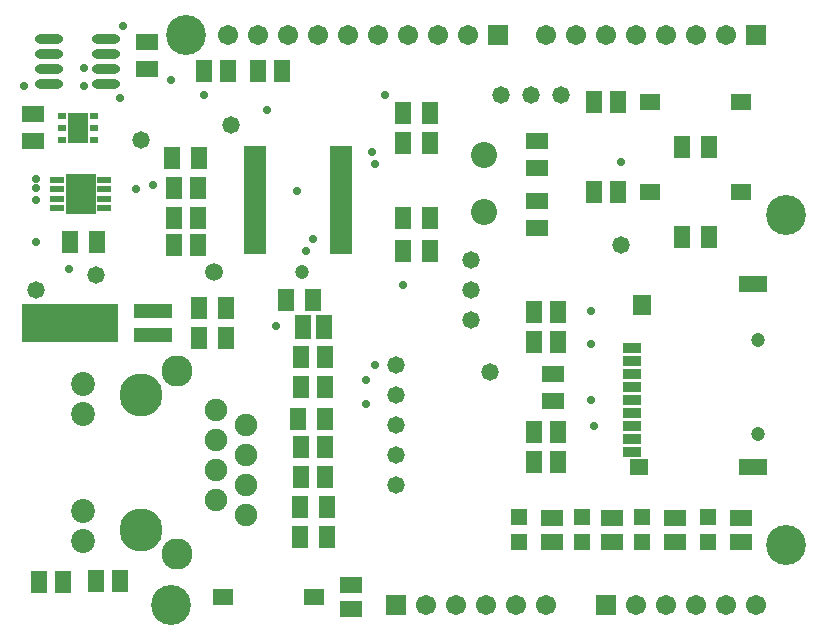
<source format=gts>
G04 Layer_Color=8388736*
%FSLAX25Y25*%
%MOIN*%
G70*
G01*
G75*
%ADD50R,0.07300X0.05800*%
%ADD51R,0.05800X0.07300*%
%ADD52R,0.06706X0.10249*%
%ADD53R,0.03162X0.02375*%
%ADD54R,0.06706X0.05524*%
%ADD55O,0.09461X0.03162*%
%ADD56R,0.06312X0.07099*%
%ADD57R,0.09461X0.05524*%
%ADD58R,0.06312X0.05524*%
%ADD59R,0.05918X0.03556*%
%ADD60R,0.07690X0.02572*%
%ADD61R,0.05721X0.08083*%
%ADD62R,0.05524X0.05524*%
%ADD63R,0.10052X0.13595*%
%ADD64R,0.04540X0.02178*%
%ADD65R,0.12611X0.04737*%
%ADD66R,0.32296X0.12611*%
%ADD67C,0.06706*%
%ADD68R,0.06706X0.06706*%
%ADD69C,0.13300*%
%ADD70C,0.10367*%
%ADD71C,0.07493*%
%ADD72C,0.07965*%
%ADD73C,0.14383*%
%ADD74C,0.04737*%
%ADD75C,0.08674*%
%ADD76C,0.05918*%
%ADD77C,0.05800*%
%ADD78C,0.02769*%
D50*
X182500Y87000D02*
D03*
Y78000D02*
D03*
X177000Y164500D02*
D03*
Y155500D02*
D03*
Y135500D02*
D03*
Y144500D02*
D03*
X47000Y197500D02*
D03*
Y188500D02*
D03*
X9000Y164500D02*
D03*
Y173500D02*
D03*
X115000Y16500D02*
D03*
Y8500D02*
D03*
X245000Y39000D02*
D03*
Y31000D02*
D03*
X223000Y39000D02*
D03*
Y31000D02*
D03*
X202000Y39000D02*
D03*
Y31000D02*
D03*
X182000D02*
D03*
Y39000D02*
D03*
D51*
X56000Y149000D02*
D03*
X64000D02*
D03*
X56000Y139000D02*
D03*
X64000D02*
D03*
X107000Y42500D02*
D03*
X98000D02*
D03*
X106500Y72000D02*
D03*
X97500D02*
D03*
X176000Y107500D02*
D03*
X184000D02*
D03*
X132500Y128000D02*
D03*
X141500D02*
D03*
X132500Y139000D02*
D03*
X141500D02*
D03*
X132500Y164000D02*
D03*
X141500D02*
D03*
X132500Y174000D02*
D03*
X141500D02*
D03*
X176000Y97500D02*
D03*
X184000D02*
D03*
X176000Y67500D02*
D03*
X184000D02*
D03*
X176000Y57500D02*
D03*
X184000D02*
D03*
X64000Y130000D02*
D03*
X56000D02*
D03*
X64500Y159000D02*
D03*
X55500D02*
D03*
X98500Y52500D02*
D03*
X106500D02*
D03*
X98500Y62500D02*
D03*
X106500D02*
D03*
Y92500D02*
D03*
X98500D02*
D03*
X106500Y82500D02*
D03*
X98500D02*
D03*
X30000Y18000D02*
D03*
X38000D02*
D03*
X107000Y32500D02*
D03*
X98000D02*
D03*
X92000Y188000D02*
D03*
X84000D02*
D03*
X66000D02*
D03*
X74000D02*
D03*
X102474Y111637D02*
D03*
X93474D02*
D03*
X19000Y17500D02*
D03*
X11000D02*
D03*
X204000Y177500D02*
D03*
X196000D02*
D03*
X234500Y162500D02*
D03*
X225500D02*
D03*
X234500Y132500D02*
D03*
X225500D02*
D03*
X204000Y147500D02*
D03*
X196000D02*
D03*
X73500Y99000D02*
D03*
X64500D02*
D03*
X73500Y109000D02*
D03*
X64500D02*
D03*
X30500Y131000D02*
D03*
X21500D02*
D03*
D52*
X24000Y169000D02*
D03*
D53*
X18685Y165063D02*
D03*
Y169000D02*
D03*
Y172937D02*
D03*
X29315D02*
D03*
Y169000D02*
D03*
Y165063D02*
D03*
D54*
X72342Y12500D02*
D03*
X102657D02*
D03*
X245158Y177500D02*
D03*
X214843D02*
D03*
X245158Y147500D02*
D03*
X214843D02*
D03*
D55*
X14551Y198500D02*
D03*
Y193500D02*
D03*
Y188500D02*
D03*
Y183500D02*
D03*
X33449Y198500D02*
D03*
Y193500D02*
D03*
Y188500D02*
D03*
Y183500D02*
D03*
D56*
X212008Y109843D02*
D03*
D57*
X249016Y116929D02*
D03*
Y55905D02*
D03*
D58*
X211221D02*
D03*
D59*
X208661Y61024D02*
D03*
Y65354D02*
D03*
Y69685D02*
D03*
Y74016D02*
D03*
Y78347D02*
D03*
Y82677D02*
D03*
Y87008D02*
D03*
Y91339D02*
D03*
Y95669D02*
D03*
D60*
X111772Y128366D02*
D03*
Y130925D02*
D03*
Y133484D02*
D03*
Y136043D02*
D03*
Y138602D02*
D03*
Y141161D02*
D03*
Y143720D02*
D03*
Y146280D02*
D03*
Y148839D02*
D03*
Y151398D02*
D03*
Y153957D02*
D03*
Y156516D02*
D03*
Y159075D02*
D03*
Y161634D02*
D03*
X83228Y128366D02*
D03*
Y130925D02*
D03*
Y133484D02*
D03*
Y136043D02*
D03*
Y138602D02*
D03*
Y141161D02*
D03*
Y143720D02*
D03*
Y146280D02*
D03*
Y148839D02*
D03*
Y151398D02*
D03*
Y153957D02*
D03*
Y156516D02*
D03*
Y159075D02*
D03*
Y161634D02*
D03*
D61*
X99055Y102500D02*
D03*
X105945D02*
D03*
D62*
X233999Y30867D02*
D03*
Y39135D02*
D03*
X191999Y30867D02*
D03*
Y39135D02*
D03*
X211999Y30867D02*
D03*
Y39135D02*
D03*
X170999Y30867D02*
D03*
Y39135D02*
D03*
D63*
X25000Y147000D02*
D03*
D64*
X17126Y151724D02*
D03*
Y148575D02*
D03*
Y145425D02*
D03*
Y142276D02*
D03*
X32874Y151724D02*
D03*
Y148575D02*
D03*
Y145425D02*
D03*
Y142276D02*
D03*
D65*
X49000Y107937D02*
D03*
Y100063D02*
D03*
D66*
X21441Y104000D02*
D03*
D67*
X240000Y10000D02*
D03*
X210000D02*
D03*
X220000D02*
D03*
X230000D02*
D03*
X250000D02*
D03*
X190000Y200000D02*
D03*
X200000D02*
D03*
X220000D02*
D03*
X230000D02*
D03*
X240000D02*
D03*
X210000D02*
D03*
X180000D02*
D03*
X104000D02*
D03*
X114000D02*
D03*
X134000D02*
D03*
X144000D02*
D03*
X154000D02*
D03*
X124000D02*
D03*
X94000D02*
D03*
X84000D02*
D03*
X74000D02*
D03*
X170000Y10000D02*
D03*
X140000D02*
D03*
X150000D02*
D03*
X160000D02*
D03*
X180000D02*
D03*
D68*
X200000D02*
D03*
X250000Y200000D02*
D03*
X164000D02*
D03*
X130000Y10000D02*
D03*
D69*
X55000D02*
D03*
X60000Y200000D02*
D03*
X260000Y30000D02*
D03*
Y140000D02*
D03*
D70*
X57008Y27008D02*
D03*
Y87992D02*
D03*
D71*
X80000Y40000D02*
D03*
X70000Y45000D02*
D03*
X80000Y50000D02*
D03*
X70000Y55000D02*
D03*
X80000Y60000D02*
D03*
X70000Y65000D02*
D03*
X80000Y70000D02*
D03*
X70000Y75000D02*
D03*
D72*
X25709Y83583D02*
D03*
Y73583D02*
D03*
Y41417D02*
D03*
Y31417D02*
D03*
D73*
X45000Y80000D02*
D03*
Y35000D02*
D03*
D74*
X250590Y98425D02*
D03*
Y66929D02*
D03*
X98779Y121000D02*
D03*
D75*
X159500Y140787D02*
D03*
Y160000D02*
D03*
D76*
X69252Y121000D02*
D03*
D77*
X155000Y105000D02*
D03*
Y115000D02*
D03*
Y125000D02*
D03*
X10000Y115000D02*
D03*
X205000Y130000D02*
D03*
X30000Y120000D02*
D03*
X75000Y170000D02*
D03*
X45000Y165000D02*
D03*
X185000Y180000D02*
D03*
X175000D02*
D03*
X165000D02*
D03*
X130000Y90000D02*
D03*
Y80000D02*
D03*
Y70000D02*
D03*
Y60000D02*
D03*
Y50000D02*
D03*
X161555Y87500D02*
D03*
D78*
X97000Y148000D02*
D03*
X120000Y85000D02*
D03*
X123000Y90000D02*
D03*
X120000Y77000D02*
D03*
X195000Y97000D02*
D03*
X87000Y175000D02*
D03*
X126500Y180000D02*
D03*
X132500Y116555D02*
D03*
X195000Y108000D02*
D03*
X196185Y69685D02*
D03*
X195000Y78347D02*
D03*
X90000Y103000D02*
D03*
X205000Y157500D02*
D03*
X23031Y150937D02*
D03*
X26969D02*
D03*
X23031Y147000D02*
D03*
X26969D02*
D03*
X23031Y143063D02*
D03*
X26969D02*
D03*
X100000Y128000D02*
D03*
X66000Y180000D02*
D03*
X38000Y179000D02*
D03*
X26000Y189000D02*
D03*
X55000Y185000D02*
D03*
X10000Y152000D02*
D03*
X26000Y183000D02*
D03*
X10000Y149000D02*
D03*
X43425Y148575D02*
D03*
X123000Y157000D02*
D03*
X122000Y161000D02*
D03*
X102487Y132000D02*
D03*
X39000Y203000D02*
D03*
X6000Y183000D02*
D03*
X10000Y131000D02*
D03*
Y145000D02*
D03*
X21000Y122000D02*
D03*
X49000Y150000D02*
D03*
M02*

</source>
